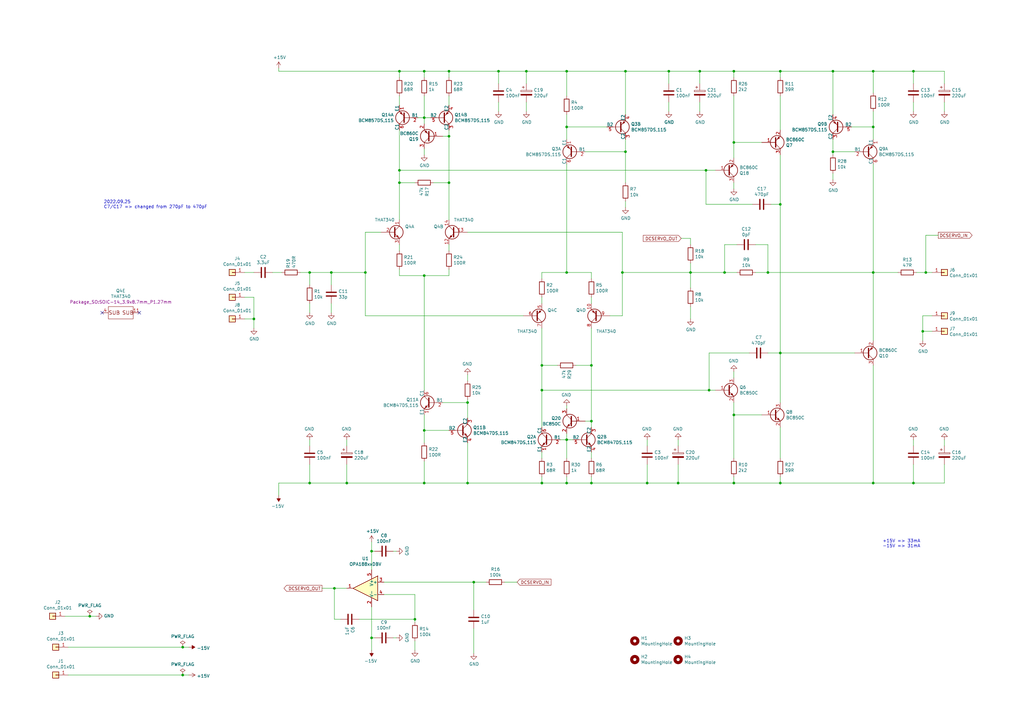
<source format=kicad_sch>
(kicad_sch (version 20211123) (generator eeschema)
  (paper "A3")
  (title_block (title "Discrete Pre-Amp Symetric DC-Servo") (date "2022-10-20") (rev "V3b"))
  (junction (at 191.77 165.1))
  (junction (at 283.21 111.76))
  (junction (at 297.18 111.76))
  (junction (at 163.83 69.85))
  (junction (at 300.99 58.42))
  (junction (at 232.41 198.12))
  (junction (at 137.16 241.3))
  (junction (at 378.46 135.89))
  (junction (at 265.43 198.12))
  (junction (at 222.25 160.02))
  (junction (at 127 111.76))
  (junction (at 256.54 29.21))
  (junction (at 184.15 55.88))
  (junction (at 163.83 74.93))
  (junction (at 149.86 111.76))
  (junction (at 163.83 29.21))
  (junction (at 290.83 160.02))
  (junction (at 242.57 149.86))
  (junction (at 374.65 29.21))
  (junction (at 358.14 111.76))
  (junction (at 242.57 198.12))
  (junction (at 300.99 29.21))
  (junction (at 320.04 144.78))
  (junction (at 358.14 29.21))
  (junction (at 215.9 29.21))
  (junction (at 300.99 198.12))
  (junction (at 341.63 29.21))
  (junction (at 256.54 62.23))
  (junction (at 232.41 180.34))
  (junction (at 173.99 176.53))
  (junction (at 36.83 252.73))
  (junction (at 173.99 48.26))
  (junction (at 152.4 226.06))
  (junction (at 341.63 62.23))
  (junction (at 358.14 52.07))
  (junction (at 320.04 198.12))
  (junction (at 232.41 29.21))
  (junction (at 289.56 69.85))
  (junction (at 320.04 29.21))
  (junction (at 184.15 74.93))
  (junction (at 379.73 111.76))
  (junction (at 222.25 198.12))
  (junction (at 274.32 29.21))
  (junction (at 374.65 198.12))
  (junction (at 152.4 261.62))
  (junction (at 204.47 29.21))
  (junction (at 173.99 198.12))
  (junction (at 135.89 111.76))
  (junction (at 194.31 238.76))
  (junction (at 184.15 29.21))
  (junction (at 242.57 172.72))
  (junction (at 222.25 149.86))
  (junction (at 358.14 198.12))
  (junction (at 191.77 198.12))
  (junction (at 170.18 254))
  (junction (at 232.41 52.07))
  (junction (at 278.13 198.12))
  (junction (at 314.96 111.76))
  (junction (at 74.93 265.43))
  (junction (at 287.02 29.21))
  (junction (at 173.99 29.21))
  (junction (at 232.41 111.76))
  (junction (at 300.99 170.18))
  (junction (at 104.14 130.81))
  (junction (at 173.99 113.03))
  (junction (at 255.27 111.76))
  (junction (at 320.04 83.82))
  (junction (at 74.93 276.86))
  (junction (at 127 198.12))
  (junction (at 142.24 198.12))
  (no_connect (at 57.15 128.27))
  (no_connect (at 41.91 128.27))
  (wire (pts (xy 387.35 198.12) (xy 387.35 190.5)))
  (wire (pts (xy 320.04 83.82) (xy 320.04 144.78)))
  (wire (pts (xy 173.99 63.5) (xy 173.99 60.96)))
  (wire (pts (xy 137.16 254) (xy 137.16 241.3)))
  (wire (pts (xy 287.02 34.29) (xy 287.02 29.21)))
  (wire (pts (xy 163.83 43.18) (xy 163.83 39.37)))
  (wire (pts (xy 135.89 128.27) (xy 135.89 124.46)))
  (wire (pts (xy 297.18 111.76) (xy 302.26 111.76)))
  (wire (pts (xy 74.93 265.43) (xy 77.47 265.43)))
  (wire (pts (xy 358.14 67.31) (xy 358.14 111.76)))
  (wire (pts (xy 163.83 74.93) (xy 163.83 90.17)))
  (wire (pts (xy 358.14 38.1) (xy 358.14 29.21)))
  (wire (pts (xy 387.35 41.91) (xy 387.35 45.72)))
  (wire (pts (xy 139.7 254) (xy 137.16 254)))
  (wire (pts (xy 312.42 58.42) (xy 300.99 58.42)))
  (wire (pts (xy 222.25 187.96) (xy 222.25 185.42)))
  (wire (pts (xy 256.54 62.23) (xy 256.54 57.15)))
  (wire (pts (xy 173.99 31.75) (xy 173.99 29.21)))
  (wire (pts (xy 308.61 83.82) (xy 289.56 83.82)))
  (wire (pts (xy 114.3 29.21) (xy 163.83 29.21)))
  (wire (pts (xy 100.33 111.76) (xy 104.14 111.76)))
  (wire (pts (xy 173.99 48.26) (xy 176.53 48.26)))
  (wire (pts (xy 173.99 29.21) (xy 184.15 29.21)))
  (wire (pts (xy 127 198.12) (xy 142.24 198.12)))
  (wire (pts (xy 255.27 95.25) (xy 255.27 111.76)))
  (wire (pts (xy 234.95 180.34) (xy 232.41 180.34)))
  (wire (pts (xy 293.37 69.85) (xy 289.56 69.85)))
  (wire (pts (xy 191.77 163.83) (xy 191.77 165.1)))
  (wire (pts (xy 184.15 102.87) (xy 184.15 100.33)))
  (wire (pts (xy 26.67 252.73) (xy 36.83 252.73)))
  (wire (pts (xy 341.63 29.21) (xy 358.14 29.21)))
  (wire (pts (xy 184.15 176.53) (xy 173.99 176.53)))
  (wire (pts (xy 173.99 160.02) (xy 173.99 113.03)))
  (wire (pts (xy 184.15 113.03) (xy 184.15 110.49)))
  (wire (pts (xy 256.54 74.93) (xy 256.54 62.23)))
  (wire (pts (xy 170.18 254) (xy 170.18 243.84)))
  (wire (pts (xy 232.41 67.31) (xy 232.41 111.76)))
  (wire (pts (xy 184.15 53.34) (xy 184.15 55.88)))
  (wire (pts (xy 232.41 29.21) (xy 256.54 29.21)))
  (wire (pts (xy 232.41 111.76) (xy 242.57 111.76)))
  (wire (pts (xy 111.76 111.76) (xy 115.57 111.76)))
  (wire (pts (xy 300.99 198.12) (xy 320.04 198.12)))
  (wire (pts (xy 173.99 48.26) (xy 171.45 48.26)))
  (wire (pts (xy 274.32 45.72) (xy 274.32 41.91)))
  (wire (pts (xy 255.27 95.25) (xy 191.77 95.25)))
  (wire (pts (xy 163.83 29.21) (xy 173.99 29.21)))
  (wire (pts (xy 300.99 77.47) (xy 300.99 74.93)))
  (wire (pts (xy 163.83 113.03) (xy 163.83 110.49)))
  (wire (pts (xy 215.9 29.21) (xy 232.41 29.21)))
  (wire (pts (xy 314.96 144.78) (xy 320.04 144.78)))
  (wire (pts (xy 248.92 52.07) (xy 232.41 52.07)))
  (wire (pts (xy 135.89 111.76) (xy 149.86 111.76)))
  (wire (pts (xy 314.96 111.76) (xy 358.14 111.76)))
  (wire (pts (xy 312.42 170.18) (xy 300.99 170.18)))
  (wire (pts (xy 293.37 160.02) (xy 290.83 160.02)))
  (wire (pts (xy 142.24 198.12) (xy 142.24 190.5)))
  (wire (pts (xy 152.4 248.92) (xy 152.4 261.62)))
  (wire (pts (xy 283.21 107.95) (xy 283.21 111.76)))
  (wire (pts (xy 152.4 261.62) (xy 152.4 266.7)))
  (wire (pts (xy 341.63 46.99) (xy 341.63 29.21)))
  (wire (pts (xy 387.35 198.12) (xy 374.65 198.12)))
  (wire (pts (xy 341.63 63.5) (xy 341.63 62.23)))
  (wire (pts (xy 283.21 125.73) (xy 283.21 130.81)))
  (wire (pts (xy 283.21 100.33) (xy 283.21 97.79)))
  (wire (pts (xy 274.32 29.21) (xy 287.02 29.21)))
  (wire (pts (xy 382.27 129.54) (xy 378.46 129.54)))
  (wire (pts (xy 222.25 111.76) (xy 232.41 111.76)))
  (wire (pts (xy 163.83 53.34) (xy 163.83 69.85)))
  (wire (pts (xy 163.83 69.85) (xy 289.56 69.85)))
  (wire (pts (xy 358.14 52.07) (xy 358.14 57.15)))
  (wire (pts (xy 278.13 198.12) (xy 278.13 190.5)))
  (wire (pts (xy 358.14 198.12) (xy 374.65 198.12)))
  (wire (pts (xy 265.43 198.12) (xy 265.43 190.5)))
  (wire (pts (xy 170.18 262.89) (xy 170.18 266.7)))
  (wire (pts (xy 358.14 52.07) (xy 358.14 45.72)))
  (wire (pts (xy 232.41 57.15) (xy 232.41 52.07)))
  (wire (pts (xy 222.25 124.46) (xy 222.25 121.92)))
  (wire (pts (xy 228.6 149.86) (xy 222.25 149.86)))
  (wire (pts (xy 184.15 74.93) (xy 184.15 90.17)))
  (wire (pts (xy 127 198.12) (xy 127 190.5)))
  (wire (pts (xy 163.83 29.21) (xy 163.83 31.75)))
  (wire (pts (xy 358.14 29.21) (xy 374.65 29.21)))
  (wire (pts (xy 300.99 154.94) (xy 300.99 152.4)))
  (wire (pts (xy 316.23 83.82) (xy 320.04 83.82)))
  (wire (pts (xy 378.46 129.54) (xy 378.46 135.89)))
  (wire (pts (xy 173.99 113.03) (xy 163.83 113.03)))
  (wire (pts (xy 232.41 180.34) (xy 232.41 177.8)))
  (wire (pts (xy 379.73 111.76) (xy 382.27 111.76)))
  (wire (pts (xy 104.14 121.92) (xy 100.33 121.92)))
  (wire (pts (xy 320.04 198.12) (xy 358.14 198.12)))
  (wire (pts (xy 309.88 111.76) (xy 314.96 111.76)))
  (wire (pts (xy 184.15 29.21) (xy 204.47 29.21)))
  (wire (pts (xy 242.57 198.12) (xy 242.57 195.58)))
  (wire (pts (xy 222.25 160.02) (xy 290.83 160.02)))
  (wire (pts (xy 255.27 111.76) (xy 255.27 129.54)))
  (wire (pts (xy 320.04 175.26) (xy 320.04 187.96)))
  (wire (pts (xy 157.48 238.76) (xy 194.31 238.76)))
  (wire (pts (xy 173.99 176.53) (xy 173.99 170.18)))
  (wire (pts (xy 163.83 102.87) (xy 163.83 100.33)))
  (wire (pts (xy 191.77 165.1) (xy 191.77 171.45)))
  (wire (pts (xy 222.25 134.62) (xy 222.25 149.86)))
  (wire (pts (xy 142.24 182.88) (xy 142.24 180.34)))
  (wire (pts (xy 309.88 100.33) (xy 314.96 100.33)))
  (wire (pts (xy 149.86 95.25) (xy 149.86 111.76)))
  (wire (pts (xy 379.73 96.52) (xy 379.73 111.76)))
  (wire (pts (xy 256.54 85.09) (xy 256.54 82.55)))
  (wire (pts (xy 222.25 114.3) (xy 222.25 111.76)))
  (wire (pts (xy 184.15 113.03) (xy 173.99 113.03)))
  (wire (pts (xy 153.67 226.06) (xy 152.4 226.06)))
  (wire (pts (xy 127 128.27) (xy 127 124.46)))
  (wire (pts (xy 215.9 41.91) (xy 215.9 45.72)))
  (wire (pts (xy 307.34 144.78) (xy 290.83 144.78)))
  (wire (pts (xy 265.43 182.88) (xy 265.43 180.34)))
  (wire (pts (xy 374.65 198.12) (xy 374.65 190.5)))
  (wire (pts (xy 242.57 134.62) (xy 242.57 149.86)))
  (wire (pts (xy 181.61 165.1) (xy 191.77 165.1)))
  (wire (pts (xy 214.63 129.54) (xy 149.86 129.54)))
  (wire (pts (xy 232.41 187.96) (xy 232.41 180.34)))
  (wire (pts (xy 170.18 243.84) (xy 157.48 243.84)))
  (wire (pts (xy 27.94 276.86) (xy 74.93 276.86)))
  (wire (pts (xy 135.89 116.84) (xy 135.89 111.76)))
  (wire (pts (xy 350.52 144.78) (xy 320.04 144.78)))
  (wire (pts (xy 194.31 238.76) (xy 199.39 238.76)))
  (wire (pts (xy 256.54 29.21) (xy 274.32 29.21)))
  (wire (pts (xy 320.04 144.78) (xy 320.04 165.1)))
  (wire (pts (xy 255.27 111.76) (xy 283.21 111.76)))
  (wire (pts (xy 191.77 156.21) (xy 191.77 153.67)))
  (wire (pts (xy 374.65 34.29) (xy 374.65 29.21)))
  (wire (pts (xy 387.35 34.29) (xy 387.35 29.21)))
  (wire (pts (xy 162.56 261.62) (xy 161.29 261.62)))
  (wire (pts (xy 242.57 124.46) (xy 242.57 121.92)))
  (wire (pts (xy 320.04 198.12) (xy 320.04 195.58)))
  (wire (pts (xy 283.21 111.76) (xy 297.18 111.76)))
  (wire (pts (xy 300.99 31.75) (xy 300.99 29.21)))
  (wire (pts (xy 152.4 222.25) (xy 152.4 226.06)))
  (wire (pts (xy 358.14 111.76) (xy 358.14 139.7)))
  (wire (pts (xy 375.92 111.76) (xy 379.73 111.76)))
  (wire (pts (xy 297.18 100.33) (xy 297.18 111.76)))
  (wire (pts (xy 374.65 182.88) (xy 374.65 180.34)))
  (wire (pts (xy 387.35 29.21) (xy 374.65 29.21)))
  (wire (pts (xy 378.46 139.7) (xy 378.46 135.89)))
  (wire (pts (xy 194.31 267.97) (xy 194.31 257.81)))
  (wire (pts (xy 207.01 238.76) (xy 212.09 238.76)))
  (wire (pts (xy 384.81 96.52) (xy 379.73 96.52)))
  (wire (pts (xy 27.94 265.43) (xy 74.93 265.43)))
  (wire (pts (xy 149.86 95.25) (xy 156.21 95.25)))
  (wire (pts (xy 137.16 241.3) (xy 142.24 241.3)))
  (wire (pts (xy 127 182.88) (xy 127 180.34)))
  (wire (pts (xy 114.3 29.21) (xy 114.3 27.94)))
  (wire (pts (xy 153.67 261.62) (xy 152.4 261.62)))
  (wire (pts (xy 222.25 149.86) (xy 222.25 160.02)))
  (wire (pts (xy 170.18 255.27) (xy 170.18 254)))
  (wire (pts (xy 374.65 45.72) (xy 374.65 41.91)))
  (wire (pts (xy 127 111.76) (xy 135.89 111.76)))
  (wire (pts (xy 215.9 34.29) (xy 215.9 29.21)))
  (wire (pts (xy 132.08 241.3) (xy 137.16 241.3)))
  (wire (pts (xy 287.02 41.91) (xy 287.02 45.72)))
  (wire (pts (xy 232.41 52.07) (xy 232.41 46.99)))
  (wire (pts (xy 289.56 69.85) (xy 289.56 83.82)))
  (wire (pts (xy 184.15 29.21) (xy 184.15 31.75)))
  (wire (pts (xy 358.14 149.86) (xy 358.14 198.12)))
  (wire (pts (xy 204.47 34.29) (xy 204.47 29.21)))
  (wire (pts (xy 387.35 182.88) (xy 387.35 180.34)))
  (wire (pts (xy 300.99 195.58) (xy 300.99 198.12)))
  (wire (pts (xy 173.99 39.37) (xy 173.99 48.26)))
  (wire (pts (xy 290.83 144.78) (xy 290.83 160.02)))
  (wire (pts (xy 278.13 182.88) (xy 278.13 180.34)))
  (wire (pts (xy 204.47 29.21) (xy 215.9 29.21)))
  (wire (pts (xy 162.56 226.06) (xy 161.29 226.06)))
  (wire (pts (xy 283.21 111.76) (xy 283.21 118.11)))
  (wire (pts (xy 300.99 170.18) (xy 300.99 165.1)))
  (wire (pts (xy 242.57 198.12) (xy 265.43 198.12)))
  (wire (pts (xy 320.04 39.37) (xy 320.04 53.34)))
  (wire (pts (xy 149.86 111.76) (xy 149.86 129.54)))
  (wire (pts (xy 152.4 226.06) (xy 152.4 233.68)))
  (wire (pts (xy 163.83 69.85) (xy 163.83 74.93)))
  (wire (pts (xy 278.13 198.12) (xy 300.99 198.12)))
  (wire (pts (xy 242.57 172.72) (xy 242.57 175.26)))
  (wire (pts (xy 142.24 198.12) (xy 173.99 198.12)))
  (wire (pts (xy 114.3 198.12) (xy 127 198.12)))
  (wire (pts (xy 341.63 62.23) (xy 341.63 57.15)))
  (wire (pts (xy 232.41 198.12) (xy 222.25 198.12)))
  (wire (pts (xy 300.99 170.18) (xy 300.99 187.96)))
  (wire (pts (xy 170.18 74.93) (xy 163.83 74.93)))
  (wire (pts (xy 302.26 100.33) (xy 297.18 100.33)))
  (wire (pts (xy 358.14 52.07) (xy 349.25 52.07)))
  (wire (pts (xy 184.15 43.18) (xy 184.15 39.37)))
  (wire (pts (xy 283.21 97.79) (xy 279.4 97.79)))
  (wire (pts (xy 350.52 62.23) (xy 341.63 62.23)))
  (wire (pts (xy 123.19 111.76) (xy 127 111.76)))
  (wire (pts (xy 191.77 181.61) (xy 191.77 198.12)))
  (wire (pts (xy 287.02 29.21) (xy 300.99 29.21)))
  (wire (pts (xy 222.25 160.02) (xy 222.25 175.26)))
  (wire (pts (xy 177.8 74.93) (xy 184.15 74.93)))
  (wire (pts (xy 250.19 129.54) (xy 255.27 129.54)))
  (wire (pts (xy 222.25 198.12) (xy 222.25 195.58)))
  (wire (pts (xy 127 111.76) (xy 127 116.84)))
  (wire (pts (xy 36.83 252.73) (xy 39.37 252.73)))
  (wire (pts (xy 184.15 55.88) (xy 184.15 74.93)))
  (wire (pts (xy 300.99 39.37) (xy 300.99 58.42)))
  (wire (pts (xy 242.57 172.72) (xy 240.03 172.72)))
  (wire (pts (xy 232.41 167.64) (xy 232.41 166.37)))
  (wire (pts (xy 104.14 121.92) (xy 104.14 130.81)))
  (wire (pts (xy 320.04 31.75) (xy 320.04 29.21)))
  (wire (pts (xy 100.33 130.81) (xy 104.14 130.81)))
  (wire (pts (xy 274.32 34.29) (xy 274.32 29.21)))
  (wire (pts (xy 74.93 276.86) (xy 77.47 276.86)))
  (wire (pts (xy 173.99 189.23) (xy 173.99 198.12)))
  (wire (pts (xy 240.03 62.23) (xy 256.54 62.23)))
  (wire (pts (xy 242.57 187.96) (xy 242.57 185.42)))
  (wire (pts (xy 194.31 250.19) (xy 194.31 238.76)))
  (wire (pts (xy 236.22 149.86) (xy 242.57 149.86)))
  (wire (pts (xy 314.96 100.33) (xy 314.96 111.76)))
  (wire (pts (xy 382.27 135.89) (xy 378.46 135.89)))
  (wire (pts (xy 204.47 45.72) (xy 204.47 41.91)))
  (wire (pts (xy 173.99 50.8) (xy 173.99 48.26)))
  (wire (pts (xy 265.43 198.12) (xy 278.13 198.12)))
  (wire (pts (xy 341.63 73.66) (xy 341.63 71.12)))
  (wire (pts (xy 242.57 198.12) (xy 232.41 198.12)))
  (wire (pts (xy 242.57 114.3) (xy 242.57 111.76)))
  (wire (pts (xy 232.41 39.37) (xy 232.41 29.21)))
  (wire (pts (xy 242.57 149.86) (xy 242.57 172.72)))
  (wire (pts (xy 320.04 63.5) (xy 320.04 83.82)))
  (wire (pts (xy 173.99 198.12) (xy 191.77 198.12)))
  (wire (pts (xy 320.04 29.21) (xy 341.63 29.21)))
  (wire (pts (xy 147.32 254) (xy 170.18 254)))
  (wire (pts (xy 114.3 203.2) (xy 114.3 198.12)))
  (wire (pts (xy 232.41 180.34) (xy 229.87 180.34)))
  (wire (pts (xy 232.41 195.58) (xy 232.41 198.12)))
  (wire (pts (xy 358.14 111.76) (xy 368.3 111.76)))
  (wire (pts (xy 320.04 29.21) (xy 300.99 29.21)))
  (wire (pts (xy 256.54 46.99) (xy 256.54 29.21)))
  (wire (pts (xy 181.61 55.88) (xy 184.15 55.88)))
  (wire (pts (xy 173.99 181.61) (xy 173.99 176.53)))
  (wire (pts (xy 104.14 130.81) (xy 104.14 134.62)))
  (wire (pts (xy 300.99 58.42) (xy 300.99 64.77)))
  (wire (pts (xy 191.77 198.12) (xy 222.25 198.12)))
  (text "2022.09.25\nC7/C17 => changed from 270pF to 470pF" (at 42.545 85.725 0) (effects (font (size 1.27 1.27)) (justify left bottom)))
  (text "+15V => 33mA\n-15V => 31mA" (at 361.95 224.79 0) (effects (font (size 1.27 1.27)) (justify left bottom)))
  (global_label "DCSERVO_IN" (shape input) (at 212.09 238.76 0) (property "Intersheet References" "${INTERSHEET_REFS}" (effects hide)))
  (global_label "DCSERVO_OUT" (shape input) (at 279.4 97.79 180) (property "Intersheet References" "${INTERSHEET_REFS}" (effects hide)))
  (global_label "DCSERVO_IN" (shape output) (at 384.81 96.52 0) (property "Intersheet References" "${INTERSHEET_REFS}" (effects hide)))
  (global_label "DCSERVO_OUT" (shape output) (at 132.08 241.3 180) (property "Intersheet References" "${INTERSHEET_REFS}" (effects hide)))
  (symbol (lib_id "Device:R") (at 242.57 191.77 0) (unit 1)
    (property "Reference" "R6" (at 244.348 190.6016 0) (effects (justify left)))
    (property "Value" "68R" (at 244.348 192.913 0) (effects (justify left)))
    (property "Footprint" "Resistor_SMD:R_0805_2012Metric_Pad1.20x1.40mm_HandSolder" (effects hide))
  )
  (symbol (lib_id "Device:C") (at 107.95 111.76 270) (unit 1)
    (property "Reference" "C2" (at 107.95 105.3592 90))
    (property "Value" "3.3uF" (at 107.95 107.6706 90))
    (property "Footprint" "Capacitor_THT:C_Rect_L7.2mm_W7.2mm_P5.00mm_FKS2_FKP2_MKS2_MKP2" (effects hide))
  )
  (symbol (lib_id "power:GND") (at 127 128.27 0) (unit 1)
    (property "Reference" "#PWR09" (effects hide))
    (property "Value" "GND" (at 127.127 132.6642 0))
  )
  (symbol (lib_id "Device:R") (at 222.25 191.77 0) (unit 1)
    (property "Reference" "R3" (at 224.028 190.6016 0) (effects (justify left)))
    (property "Value" "68R" (at 224.028 192.913 0) (effects (justify left)))
    (property "Footprint" "Resistor_SMD:R_0805_2012Metric_Pad1.20x1.40mm_HandSolder" (effects hide))
  )
  (symbol (lib_id "Device:R") (at 127 120.65 0) (unit 1)
    (property "Reference" "R1" (at 128.778 119.4816 0) (effects (justify left)))
    (property "Value" "10k" (at 128.778 121.793 0) (effects (justify left)))
    (property "Footprint" "Resistor_SMD:R_0805_2012Metric_Pad1.20x1.40mm_HandSolder" (effects hide))
  )
  (symbol (lib_id "Device:R") (at 283.21 121.92 0) (unit 1)
    (property "Reference" "R8" (at 284.988 120.7516 0) (effects (justify left)))
    (property "Value" "10k" (at 284.988 123.063 0) (effects (justify left)))
    (property "Footprint" "Resistor_SMD:R_0805_2012Metric_Pad1.20x1.40mm_HandSolder" (effects hide))
  )
  (symbol (lib_id "Device:R") (at 306.07 111.76 270) (unit 1)
    (property "Reference" "R9" (at 306.07 106.5022 90))
    (property "Value" "10k" (at 306.07 108.8136 90))
    (property "Footprint" "Resistor_SMD:R_0805_2012Metric_Pad1.20x1.40mm_HandSolder" (effects hide))
  )
  (symbol (lib_id "Device:R") (at 222.25 118.11 0) (unit 1)
    (property "Reference" "R2" (at 224.028 116.9416 0) (effects (justify left)))
    (property "Value" "100R" (at 224.028 119.253 0) (effects (justify left)))
    (property "Footprint" "Resistor_SMD:R_0805_2012Metric_Pad1.20x1.40mm_HandSolder" (effects hide))
  )
  (symbol (lib_id "Device:R") (at 242.57 118.11 0) (unit 1)
    (property "Reference" "R5" (at 244.348 116.9416 0) (effects (justify left)))
    (property "Value" "100R" (at 244.348 119.253 0) (effects (justify left)))
    (property "Footprint" "Resistor_SMD:R_0805_2012Metric_Pad1.20x1.40mm_HandSolder" (effects hide))
  )
  (symbol (lib_id "Device:R") (at 232.41 43.18 0) (unit 1)
    (property "Reference" "R4" (at 234.188 42.0116 0) (effects (justify left)))
    (property "Value" "100R" (at 234.188 44.323 0) (effects (justify left)))
    (property "Footprint" "Resistor_SMD:R_0805_2012Metric_Pad1.20x1.40mm_HandSolder" (effects hide))
  )
  (symbol (lib_id "Device:R") (at 256.54 78.74 0) (unit 1)
    (property "Reference" "R7" (at 258.318 77.5716 0) (effects (justify left)))
    (property "Value" "10k" (at 258.318 79.883 0) (effects (justify left)))
    (property "Footprint" "Resistor_SMD:R_0805_2012Metric_Pad1.20x1.40mm_HandSolder" (effects hide))
  )
  (symbol (lib_id "Transistor_BJT:BC860") (at 317.5 58.42 0) (mirror x) (unit 1)
    (property "Reference" "Q7" (at 322.3514 59.5884 0) (effects (justify left)))
    (property "Value" "BC860C" (at 322.3514 57.277 0) (effects (justify left)))
    (property "Footprint" "Package_TO_SOT_SMD:SOT-23" (effects hide))
    (property "Datasheet" "http://www.infineon.com/dgdl/Infineon-BC857SERIES_BC858SERIES_BC859SERIES_BC860SERIES-DS-v01_01-en.pdf?fileId=db3a304314dca389011541da0e3a1661" (effects hide))
  )
  (symbol (lib_id "Device:R") (at 320.04 35.56 0) (unit 1)
    (property "Reference" "R11" (at 321.818 34.3916 0) (effects (justify left)))
    (property "Value" "39R" (at 321.818 36.703 0) (effects (justify left)))
    (property "Footprint" "Resistor_SMD:R_0805_2012Metric_Pad1.20x1.40mm_HandSolder" (effects hide))
  )
  (symbol (lib_id "Device:R") (at 358.14 41.91 0) (unit 1)
    (property "Reference" "R12" (at 359.918 40.7416 0) (effects (justify left)))
    (property "Value" "100R" (at 359.918 43.053 0) (effects (justify left)))
    (property "Footprint" "Resistor_SMD:R_0805_2012Metric_Pad1.20x1.40mm_HandSolder" (effects hide))
  )
  (symbol (lib_id "Transistor_BJT:BC850") (at 298.45 160.02 0) (unit 1)
    (property "Reference" "Q6" (at 303.3014 158.8516 0) (effects (justify left)))
    (property "Value" "BC850C" (at 303.3014 161.163 0) (effects (justify left)))
    (property "Footprint" "Package_TO_SOT_SMD:SOT-23" (effects hide))
    (property "Datasheet" "http://www.infineon.com/dgdl/Infineon-BC847SERIES_BC848SERIES_BC849SERIES_BC850SERIES-DS-v01_01-en.pdf?fileId=db3a304314dca389011541d4630a1657" (effects hide))
  )
  (symbol (lib_id "Transistor_BJT:BC850") (at 317.5 170.18 0) (unit 1)
    (property "Reference" "Q8" (at 322.3514 169.0116 0) (effects (justify left)))
    (property "Value" "BC850C" (at 322.3514 171.323 0) (effects (justify left)))
    (property "Footprint" "Package_TO_SOT_SMD:SOT-23" (effects hide))
    (property "Datasheet" "http://www.infineon.com/dgdl/Infineon-BC847SERIES_BC848SERIES_BC849SERIES_BC850SERIES-DS-v01_01-en.pdf?fileId=db3a304314dca389011541d4630a1657" (effects hide))
  )
  (symbol (lib_id "Device:R") (at 300.99 191.77 0) (unit 1)
    (property "Reference" "R10" (at 302.768 190.6016 0) (effects (justify left)))
    (property "Value" "2k2" (at 302.768 192.913 0) (effects (justify left)))
    (property "Footprint" "Resistor_SMD:R_0805_2012Metric_Pad1.20x1.40mm_HandSolder" (effects hide))
  )
  (symbol (lib_id "Transistor_BJT:BC860") (at 355.6 144.78 0) (mirror x) (unit 1)
    (property "Reference" "Q10" (at 360.4514 145.9484 0) (effects (justify left)))
    (property "Value" "BC860C" (at 360.4514 143.637 0) (effects (justify left)))
    (property "Footprint" "Package_TO_SOT_SMD:SOT-23" (effects hide))
    (property "Datasheet" "http://www.infineon.com/dgdl/Infineon-BC857SERIES_BC858SERIES_BC859SERIES_BC860SERIES-DS-v01_01-en.pdf?fileId=db3a304314dca389011541da0e3a1661" (effects hide))
  )
  (symbol (lib_id "power:GND") (at 283.21 130.81 0) (unit 1)
    (property "Reference" "#PWR013" (effects hide))
    (property "Value" "GND" (at 283.337 135.2042 0))
  )
  (symbol (lib_id "Device:C") (at 311.15 144.78 270) (unit 1)
    (property "Reference" "C7" (at 311.15 138.3792 90))
    (property "Value" "470pF" (at 311.15 140.6906 90))
    (property "Footprint" "Capacitor_SMD:C_0805_2012Metric_Pad1.18x1.45mm_HandSolder" (effects hide))
  )
  (symbol (lib_id "power:GND") (at 300.99 152.4 180) (unit 1)
    (property "Reference" "#PWR014" (effects hide))
    (property "Value" "GND" (at 300.863 148.0058 0))
  )
  (symbol (lib_id "power:GND") (at 104.14 134.62 0) (unit 1)
    (property "Reference" "#PWR04" (effects hide))
    (property "Value" "GND" (at 104.267 139.0142 0))
  )
  (symbol (lib_id "Mechanical:MountingHole") (at 260.35 262.89 0) (unit 1)
    (property "Reference" "H1" (at 262.89 261.7216 0) (effects (justify left)))
    (property "Value" "MountingHole" (at 262.89 264.033 0) (effects (justify left)))
    (property "Footprint" "MountingHole:MountingHole_3.2mm_M3" (effects hide))
  )
  (symbol (lib_id "Mechanical:MountingHole") (at 278.13 262.89 0) (unit 1)
    (property "Reference" "H3" (at 280.67 261.7216 0) (effects (justify left)))
    (property "Value" "MountingHole" (at 280.67 264.033 0) (effects (justify left)))
    (property "Footprint" "MountingHole:MountingHole_3.2mm_M3" (effects hide))
  )
  (symbol (lib_id "Mechanical:MountingHole") (at 260.35 270.51 0) (unit 1)
    (property "Reference" "H2" (at 262.89 269.3416 0) (effects (justify left)))
    (property "Value" "MountingHole" (at 262.89 271.653 0) (effects (justify left)))
    (property "Footprint" "MountingHole:MountingHole_3.2mm_M3" (effects hide))
  )
  (symbol (lib_id "Mechanical:MountingHole") (at 278.13 270.51 0) (unit 1)
    (property "Reference" "H4" (at 280.67 269.3416 0) (effects (justify left)))
    (property "Value" "MountingHole" (at 280.67 271.653 0) (effects (justify left)))
    (property "Footprint" "MountingHole:MountingHole_3.2mm_M3" (effects hide))
  )
  (symbol (lib_id "Connector_Generic:Conn_01x01") (at 95.25 111.76 180) (unit 1)
    (property "Reference" "J4" (at 97.3328 106.045 0))
    (property "Value" "Conn_01x01" (at 97.3328 108.3564 0))
    (property "Footprint" "Connector_Pin:Pin_D1.0mm_L10.0mm" (effects hide))
  )
  (symbol (lib_id "Connector_Generic:Conn_01x01") (at 95.25 121.92 180) (unit 1)
    (property "Reference" "J5" (at 97.3328 116.205 0))
    (property "Value" "Conn_01x01" (at 97.3328 118.5164 0))
    (property "Footprint" "Connector_Pin:Pin_D1.0mm_L10.0mm" (effects hide))
  )
  (symbol (lib_id "power:GND") (at 256.54 85.09 0) (unit 1)
    (property "Reference" "#PWR012" (effects hide))
    (property "Value" "GND" (at 256.667 89.4842 0))
  )
  (symbol (lib_id "power:+15V") (at 114.3 27.94 0) (unit 1)
    (property "Reference" "#PWR05" (effects hide))
    (property "Value" "+15V" (at 114.681 23.5458 0))
  )
  (symbol (lib_id "power:-15V") (at 114.3 203.2 180) (unit 1)
    (property "Reference" "#PWR08" (effects hide))
    (property "Value" "-15V" (at 113.919 207.5942 0))
  )
  (symbol (lib_id "Connector_Generic:Conn_01x01") (at 387.35 111.76 0) (unit 1)
    (property "Reference" "J6" (at 389.382 110.6932 0) (effects (justify left)))
    (property "Value" "Conn_01x01" (at 389.382 113.0046 0) (effects (justify left)))
    (property "Footprint" "Connector_Pin:Pin_D1.0mm_L10.0mm" (effects hide))
  )
  (symbol (lib_id "Connector_Generic:Conn_01x01") (at 387.35 135.89 0) (unit 1)
    (property "Reference" "J7" (at 389.382 134.8232 0) (effects (justify left)))
    (property "Value" "Conn_01x01" (at 389.382 137.1346 0) (effects (justify left)))
    (property "Footprint" "Connector_Pin:Pin_D1.0mm_L10.0mm" (effects hide))
  )
  (symbol (lib_id "Connector_Generic:Conn_01x01") (at 22.86 276.86 180) (unit 1)
    (property "Reference" "J1" (at 24.9428 271.145 0))
    (property "Value" "Conn_01x01" (at 24.9428 273.4564 0))
    (property "Footprint" "Connector_Pin:Pin_D1.0mm_L10.0mm" (effects hide))
  )
  (symbol (lib_id "Connector_Generic:Conn_01x01") (at 21.59 252.73 180) (unit 1)
    (property "Reference" "J2" (at 23.6728 247.015 0))
    (property "Value" "Conn_01x01" (at 23.6728 249.3264 0))
    (property "Footprint" "Connector_Pin:Pin_D1.0mm_L10.0mm" (effects hide))
  )
  (symbol (lib_id "Connector_Generic:Conn_01x01") (at 22.86 265.43 180) (unit 1)
    (property "Reference" "J3" (at 24.9428 259.715 0))
    (property "Value" "Conn_01x01" (at 24.9428 262.0264 0))
    (property "Footprint" "Connector_Pin:Pin_D1.0mm_L10.0mm" (effects hide))
  )
  (symbol (lib_id "power:GND") (at 39.37 252.73 90) (unit 1)
    (property "Reference" "#PWR02" (effects hide))
    (property "Value" "GND" (at 42.6212 252.603 90) (effects (justify right)))
  )
  (symbol (lib_id "power:+15V") (at 77.47 276.86 270) (unit 1)
    (property "Reference" "#PWR01" (effects hide))
    (property "Value" "+15V" (at 80.7212 277.241 90) (effects (justify left)))
  )
  (symbol (lib_id "Device:C") (at 127 186.69 180) (unit 1)
    (property "Reference" "C5" (at 129.921 185.5216 0) (effects (justify right)))
    (property "Value" "100nF" (at 129.921 187.833 0) (effects (justify right)))
    (property "Footprint" "Capacitor_SMD:C_1210_3225Metric_Pad1.33x2.70mm_HandSolder" (effects hide))
  )
  (symbol (lib_id "power:GND") (at 127 180.34 180) (unit 1)
    (property "Reference" "#PWR011" (effects hide))
    (property "Value" "GND" (at 126.873 175.9458 0))
  )
  (symbol (lib_id "Device:R") (at 372.11 111.76 270) (unit 1)
    (property "Reference" "R13" (at 372.11 106.5022 90))
    (property "Value" "47R" (at 372.11 108.8136 90))
    (property "Footprint" "Resistor_SMD:R_0805_2012Metric_Pad1.20x1.40mm_HandSolder" (effects hide))
  )
  (symbol (lib_id "Device:C") (at 204.47 38.1 180) (unit 1)
    (property "Reference" "C4" (at 207.391 36.9316 0) (effects (justify right)))
    (property "Value" "100nF" (at 207.391 39.243 0) (effects (justify right)))
    (property "Footprint" "Capacitor_SMD:C_1210_3225Metric_Pad1.33x2.70mm_HandSolder" (effects hide))
  )
  (symbol (lib_id "power:GND") (at 204.47 45.72 0) (unit 1)
    (property "Reference" "#PWR010" (effects hide))
    (property "Value" "GND" (at 204.597 50.1142 0))
  )
  (symbol (lib_id "power:GND") (at 378.46 139.7 0) (unit 1)
    (property "Reference" "#PWR015" (effects hide))
    (property "Value" "GND" (at 378.587 144.0942 0))
  )
  (symbol (lib_id "power:-15V") (at 77.47 265.43 270) (unit 1)
    (property "Reference" "#PWR0101" (effects hide))
    (property "Value" "-15V" (at 80.7212 265.811 90) (effects (justify left)))
  )
  (symbol (lib_id "power:PWR_FLAG") (at 36.83 252.73 0) (unit 1)
    (property "Reference" "#FLG0101" (effects hide))
    (property "Value" "PWR_FLAG" (at 36.83 248.3358 0))
  )
  (symbol (lib_id "power:PWR_FLAG") (at 74.93 265.43 0) (unit 1)
    (property "Reference" "#FLG0103" (effects hide))
    (property "Value" "PWR_FLAG" (at 74.93 261.0358 0))
  )
  (symbol (lib_id "Device:C") (at 306.07 100.33 270) (unit 1)
    (property "Reference" "C12" (at 306.07 93.9292 90))
    (property "Value" "0pF" (at 306.07 96.2406 90))
    (property "Footprint" "Capacitor_SMD:C_0805_2012Metric_Pad1.18x1.45mm_HandSolder" (effects hide))
  )
  (symbol (lib_id "Device:C") (at 374.65 38.1 180) (unit 1)
    (property "Reference" "C13" (at 377.571 36.9316 0) (effects (justify right)))
    (property "Value" "100nF" (at 377.571 39.243 0) (effects (justify right)))
    (property "Footprint" "Capacitor_SMD:C_1210_3225Metric_Pad1.33x2.70mm_HandSolder" (effects hide))
  )
  (symbol (lib_id "Device:C") (at 374.65 186.69 180) (unit 1)
    (property "Reference" "C14" (at 377.571 185.5216 0) (effects (justify right)))
    (property "Value" "100nF" (at 377.571 187.833 0) (effects (justify right)))
    (property "Footprint" "Capacitor_SMD:C_1210_3225Metric_Pad1.33x2.70mm_HandSolder" (effects hide))
  )
  (symbol (lib_id "power:GND") (at 374.65 180.34 180) (unit 1)
    (property "Reference" "#PWR018" (effects hide))
    (property "Value" "GND" (at 374.523 175.9458 0))
  )
  (symbol (lib_id "power:GND") (at 374.65 45.72 0) (unit 1)
    (property "Reference" "#PWR017" (effects hide))
    (property "Value" "GND" (at 374.777 50.1142 0))
  )
  (symbol (lib_id "Device:C_Polarized") (at 387.35 38.1 0) (unit 1)
    (property "Reference" "C15" (at 390.3472 36.9316 0) (effects (justify left)))
    (property "Value" "220uF" (at 390.3472 39.243 0) (effects (justify left)))
    (property "Footprint" "Capacitor_THT:CP_Radial_D8.0mm_P3.50mm" (effects hide))
  )
  (symbol (lib_id "power:GND") (at 387.35 45.72 0) (unit 1)
    (property "Reference" "#PWR019" (effects hide))
    (property "Value" "GND" (at 387.477 50.1142 0))
  )
  (symbol (lib_id "Device:C_Polarized") (at 387.35 186.69 0) (unit 1)
    (property "Reference" "C16" (at 390.3472 185.5216 0) (effects (justify left)))
    (property "Value" "220uF" (at 390.3472 187.833 0) (effects (justify left)))
    (property "Footprint" "Capacitor_THT:CP_Radial_D8.0mm_P3.50mm" (effects hide))
  )
  (symbol (lib_id "power:GND") (at 387.35 180.34 180) (unit 1)
    (property "Reference" "#PWR020" (effects hide))
    (property "Value" "GND" (at 387.223 175.9458 0))
  )
  (symbol (lib_id "kicad-snk:BCM847DS,115") (at 176.53 165.1 0) (mirror y) (unit 1)
    (property "Reference" "Q11" (at 171.6786 163.9316 0) (effects (justify left)))
    (property "Value" "BCM847DS,115" (at 171.6786 166.243 0) (effects (justify left)))
    (property "Footprint" "Package_SO:SC-74-6_1.5x2.9mm_P0.95mm" (effects hide))
    (property "Datasheet" "https://www.analog.com/media/en/technical-documentation/obsolete-data-sheets/SSM2210.pdf" (effects hide))
  )
  (symbol (lib_id "kicad-snk:BCM847DS,115") (at 189.23 176.53 0) (unit 2)
    (property "Reference" "Q11" (at 194.056 175.3616 0) (effects (justify left)))
    (property "Value" "BCM847DS,115" (at 194.056 177.673 0) (effects (justify left)))
    (property "Footprint" "Package_SO:SC-74-6_1.5x2.9mm_P0.95mm" (effects hide))
    (property "Datasheet" "https://www.analog.com/media/en/technical-documentation/obsolete-data-sheets/SSM2210.pdf" (effects hide))
  )
  (symbol (lib_id "power:PWR_FLAG") (at 74.93 276.86 0) (unit 1)
    (property "Reference" "#FLG01" (effects hide))
    (property "Value" "PWR_FLAG" (at 74.93 272.4658 0))
  )
  (symbol (lib_id "kicad-snk:BCM857DS,115") (at 254 52.07 0) (mirror x) (unit 2)
    (property "Reference" "Q3" (at 258.826 50.9016 0) (effects (justify left)))
    (property "Value" "BCM857DS,115" (at 258.826 53.213 0) (effects (justify left)))
    (property "Footprint" "Package_SO:SC-74-6_1.5x2.9mm_P0.95mm" (effects hide))
    (property "Datasheet" "https://www.analog.com/media/en/technical-documentation/data-sheets/SSM2220.pdf" (effects hide))
  )
  (symbol (lib_id "kicad-snk:BCM857DS,115") (at 234.95 62.23 180) (unit 1)
    (property "Reference" "Q3" (at 230.0986 61.0616 0) (effects (justify left)))
    (property "Value" "BCM857DS,115" (at 230.0986 63.373 0) (effects (justify left)))
    (property "Footprint" "Package_SO:SC-74-6_1.5x2.9mm_P0.95mm" (effects hide))
    (property "Datasheet" "https://www.analog.com/media/en/technical-documentation/data-sheets/SSM2220.pdf" (effects hide))
  )
  (symbol (lib_id "kicad-snk:BCM857DS,115") (at 166.37 48.26 180) (unit 1)
    (property "Reference" "Q14" (at 161.5186 47.0916 0) (effects (justify left)))
    (property "Value" "BCM857DS,115" (at 161.5186 49.403 0) (effects (justify left)))
    (property "Footprint" "Package_SO:SC-74-6_1.5x2.9mm_P0.95mm" (effects hide))
    (property "Datasheet" "https://www.analog.com/media/en/technical-documentation/data-sheets/SSM2220.pdf" (effects hide))
  )
  (symbol (lib_id "kicad-snk:BCM857DS,115") (at 181.61 48.26 0) (mirror x) (unit 2)
    (property "Reference" "Q14" (at 186.436 47.0916 0) (effects (justify left)))
    (property "Value" "BCM857DS,115" (at 186.436 49.403 0) (effects (justify left)))
    (property "Footprint" "Package_SO:SC-74-6_1.5x2.9mm_P0.95mm" (effects hide))
    (property "Datasheet" "https://www.analog.com/media/en/technical-documentation/data-sheets/SSM2220.pdf" (effects hide))
  )
  (symbol (lib_id "kicad-snk:BCM857DS,115") (at 344.17 52.07 180) (unit 2)
    (property "Reference" "Q9" (at 339.3186 50.9016 0) (effects (justify left)))
    (property "Value" "BCM857DS,115" (at 339.3186 53.213 0) (effects (justify left)))
    (property "Footprint" "Package_SO:SC-74-6_1.5x2.9mm_P0.95mm" (effects hide))
    (property "Datasheet" "https://www.analog.com/media/en/technical-documentation/data-sheets/SSM2220.pdf" (effects hide))
  )
  (symbol (lib_id "kicad-snk:BCM857DS,115") (at 355.6 62.23 0) (mirror x) (unit 1)
    (property "Reference" "Q9" (at 360.426 61.0616 0) (effects (justify left)))
    (property "Value" "BCM857DS,115" (at 360.426 63.373 0) (effects (justify left)))
    (property "Footprint" "Package_SO:SC-74-6_1.5x2.9mm_P0.95mm" (effects hide))
    (property "Datasheet" "https://www.analog.com/media/en/technical-documentation/data-sheets/SSM2220.pdf" (effects hide))
  )
  (symbol (lib_id "kicad-snk:THAT340") (at 161.29 95.25 0) (unit 1)
    (property "Reference" "Q4" (at 166.116 92.9386 0) (effects (justify left)))
    (property "Value" "THAT340" (at 153.67 90.17 0) (effects (justify left)))
    (property "Footprint" "Package_SO:SOIC-14_3.9x8.7mm_P1.27mm" (effects hide))
    (property "Datasheet" "http://www.thatcorp.com/datashts/THAT_300-Series_Datasheet.pdf" (effects hide))
  )
  (symbol (lib_id "kicad-snk:THAT340") (at 186.69 95.25 0) (mirror y) (unit 2)
    (property "Reference" "Q4" (at 181.8894 92.9386 0) (effects (justify left)))
    (property "Value" "THAT340" (at 194.31 90.17 0) (effects (justify left)))
    (property "Footprint" "Package_SO:SOIC-14_3.9x8.7mm_P1.27mm" (effects hide))
    (property "Datasheet" "http://www.thatcorp.com/datashts/THAT_300-Series_Datasheet.pdf" (effects hide))
  )
  (symbol (lib_id "kicad-snk:THAT340") (at 219.71 129.54 0) (unit 3)
    (property "Reference" "Q4" (at 224.536 127.2286 0) (effects (justify left)))
    (property "Value" "THAT340" (at 212.09 135.89 0) (effects (justify left)))
    (property "Footprint" "Package_SO:SOIC-14_3.9x8.7mm_P1.27mm" (effects hide))
    (property "Datasheet" "http://www.thatcorp.com/datashts/THAT_300-Series_Datasheet.pdf" (effects hide))
  )
  (symbol (lib_id "kicad-snk:THAT340") (at 245.11 129.54 0) (mirror y) (unit 4)
    (property "Reference" "Q4" (at 240.3094 127.2286 0) (effects (justify left)))
    (property "Value" "THAT340" (at 252.73 135.89 0) (effects (justify left)))
    (property "Footprint" "Package_SO:SOIC-14_3.9x8.7mm_P1.27mm" (effects hide))
    (property "Datasheet" "http://www.thatcorp.com/datashts/THAT_300-Series_Datasheet.pdf" (effects hide))
  )
  (symbol (lib_id "kicad-snk:THAT340") (at 49.53 128.27 0) (unit 5)
    (property "Reference" "Q4" (at 49.53 119.253 0))
    (property "Value" "THAT340" (at 49.53 121.5644 0))
    (property "Footprint" "Package_SO:SOIC-14_3.9x8.7mm_P1.27mm" (at 49.53 123.8758 0))
    (property "Datasheet" "http://www.thatcorp.com/datashts/THAT_300-Series_Datasheet.pdf" (effects hide))
  )
  (symbol (lib_id "kicad-snk:BCM847DS,115") (at 224.79 180.34 0) (mirror y) (unit 1)
    (property "Reference" "Q2" (at 219.9386 179.1716 0) (effects (justify left)))
    (property "Value" "BCM847DS,115" (at 219.9386 181.483 0) (effects (justify left)))
    (property "Footprint" "Package_SO:SC-74-6_1.5x2.9mm_P0.95mm" (effects hide))
    (property "Datasheet" "https://www.analog.com/media/en/technical-documentation/obsolete-data-sheets/SSM2210.pdf" (effects hide))
  )
  (symbol (lib_id "kicad-snk:BCM847DS,115") (at 240.03 180.34 0) (unit 2)
    (property "Reference" "Q2" (at 244.856 179.1716 0) (effects (justify left)))
    (property "Value" "BCM847DS,115" (at 244.856 181.483 0) (effects (justify left)))
    (property "Footprint" "Package_SO:SC-74-6_1.5x2.9mm_P0.95mm" (effects hide))
    (property "Datasheet" "https://www.analog.com/media/en/technical-documentation/obsolete-data-sheets/SSM2210.pdf" (effects hide))
  )
  (symbol (lib_id "Device:R") (at 341.63 67.31 0) (unit 1)
    (property "Reference" "R28" (at 343.408 66.1416 0) (effects (justify left)))
    (property "Value" "10k" (at 343.408 68.453 0) (effects (justify left)))
    (property "Footprint" "Resistor_SMD:R_0805_2012Metric_Pad1.20x1.40mm_HandSolder" (effects hide))
  )
  (symbol (lib_id "power:GND") (at 341.63 73.66 0) (unit 1)
    (property "Reference" "#PWR0102" (effects hide))
    (property "Value" "GND" (at 341.757 78.0542 0))
  )
  (symbol (lib_id "Device:R") (at 320.04 191.77 0) (unit 1)
    (property "Reference" "R27" (at 321.818 190.6016 0) (effects (justify left)))
    (property "Value" "39R" (at 321.818 192.913 0) (effects (justify left)))
    (property "Footprint" "Resistor_SMD:R_0805_2012Metric_Pad1.20x1.40mm_HandSolder" (effects hide))
  )
  (symbol (lib_id "Device:R") (at 300.99 35.56 0) (unit 1)
    (property "Reference" "R26" (at 302.768 34.3916 0) (effects (justify left)))
    (property "Value" "2k2" (at 302.768 36.703 0) (effects (justify left)))
    (property "Footprint" "Resistor_SMD:R_0805_2012Metric_Pad1.20x1.40mm_HandSolder" (effects hide))
  )
  (symbol (lib_id "Transistor_BJT:BC860") (at 298.45 69.85 0) (mirror x) (unit 1)
    (property "Reference" "Q18" (at 303.3014 71.0184 0) (effects (justify left)))
    (property "Value" "BC860C" (at 303.3014 68.707 0) (effects (justify left)))
    (property "Footprint" "Package_TO_SOT_SMD:SOT-23" (effects hide))
    (property "Datasheet" "http://www.infineon.com/dgdl/Infineon-BC857SERIES_BC858SERIES_BC859SERIES_BC860SERIES-DS-v01_01-en.pdf?fileId=db3a304314dca389011541da0e3a1661" (effects hide))
  )
  (symbol (lib_id "power:GND") (at 300.99 77.47 0) (unit 1)
    (property "Reference" "#PWR0103" (effects hide))
    (property "Value" "GND" (at 301.117 81.8642 0))
  )
  (symbol (lib_id "Device:C") (at 312.42 83.82 270) (unit 1)
    (property "Reference" "C17" (at 312.42 77.4192 90))
    (property "Value" "470pF" (at 312.42 79.7306 90))
    (property "Footprint" "Capacitor_SMD:C_0805_2012Metric_Pad1.18x1.45mm_HandSolder" (effects hide))
  )
  (symbol (lib_id "Device:R") (at 184.15 35.56 0) (unit 1)
    (property "Reference" "R23" (at 185.928 34.3916 0) (effects (justify left)))
    (property "Value" "68R" (at 185.928 36.703 0) (effects (justify left)))
    (property "Footprint" "Resistor_SMD:R_0805_2012Metric_Pad1.20x1.40mm_HandSolder" (effects hide))
  )
  (symbol (lib_id "Device:R") (at 163.83 35.56 0) (unit 1)
    (property "Reference" "R20" (at 165.608 34.3916 0) (effects (justify left)))
    (property "Value" "68R" (at 165.608 36.703 0) (effects (justify left)))
    (property "Footprint" "Resistor_SMD:R_0805_2012Metric_Pad1.20x1.40mm_HandSolder" (effects hide))
  )
  (symbol (lib_id "Device:R") (at 163.83 106.68 0) (unit 1)
    (property "Reference" "R21" (at 165.608 105.5116 0) (effects (justify left)))
    (property "Value" "100R" (at 165.608 107.823 0) (effects (justify left)))
    (property "Footprint" "Resistor_SMD:R_0805_2012Metric_Pad1.20x1.40mm_HandSolder" (effects hide))
  )
  (symbol (lib_id "Device:R") (at 184.15 106.68 0) (unit 1)
    (property "Reference" "R24" (at 185.928 105.5116 0) (effects (justify left)))
    (property "Value" "100R" (at 185.928 107.823 0) (effects (justify left)))
    (property "Footprint" "Resistor_SMD:R_0805_2012Metric_Pad1.20x1.40mm_HandSolder" (effects hide))
  )
  (symbol (lib_id "Device:R") (at 191.77 160.02 0) (unit 1)
    (property "Reference" "R25" (at 193.548 158.8516 0) (effects (justify left)))
    (property "Value" "10k" (at 193.548 161.163 0) (effects (justify left)))
    (property "Footprint" "Resistor_SMD:R_0805_2012Metric_Pad1.20x1.40mm_HandSolder" (effects hide))
  )
  (symbol (lib_id "power:GND") (at 191.77 153.67 180) (unit 1)
    (property "Reference" "#PWR0104" (effects hide))
    (property "Value" "GND" (at 191.643 149.2758 0))
  )
  (symbol (lib_id "Device:R") (at 173.99 185.42 0) (unit 1)
    (property "Reference" "R22" (at 175.768 184.2516 0) (effects (justify left)))
    (property "Value" "100R" (at 175.768 186.563 0) (effects (justify left)))
    (property "Footprint" "Resistor_SMD:R_0805_2012Metric_Pad1.20x1.40mm_HandSolder" (effects hide))
  )
  (symbol (lib_id "Device:R") (at 173.99 35.56 0) (unit 1)
    (property "Reference" "R15" (at 175.768 34.3916 0) (effects (justify left)))
    (property "Value" "1k" (at 175.768 36.703 0) (effects (justify left)))
    (property "Footprint" "Resistor_SMD:R_0805_2012Metric_Pad1.20x1.40mm_HandSolder" (effects hide))
  )
  (symbol (lib_id "Transistor_BJT:BC860") (at 176.53 55.88 180) (unit 1)
    (property "Reference" "Q19" (at 171.6786 57.0484 0) (effects (justify left)))
    (property "Value" "BC860C" (at 171.6786 54.737 0) (effects (justify left)))
    (property "Footprint" "Package_TO_SOT_SMD:SOT-23" (effects hide))
    (property "Datasheet" "http://www.infineon.com/dgdl/Infineon-BC857SERIES_BC858SERIES_BC859SERIES_BC860SERIES-DS-v01_01-en.pdf?fileId=db3a304314dca389011541da0e3a1661" (effects hide))
  )
  (symbol (lib_id "power:GND") (at 173.99 63.5 0) (unit 1)
    (property "Reference" "#PWR025" (effects hide))
    (property "Value" "GND" (at 174.117 67.8942 0))
  )
  (symbol (lib_id "Device:R") (at 173.99 74.93 270) (unit 1)
    (property "Reference" "R17" (at 175.1584 76.708 0) (effects (justify left)))
    (property "Value" "47k" (at 172.847 76.708 0) (effects (justify left)))
    (property "Footprint" "Resistor_SMD:R_0805_2012Metric_Pad1.20x1.40mm_HandSolder" (effects hide))
  )
  (symbol (lib_id "Device:R") (at 232.41 149.86 270) (unit 1)
    (property "Reference" "R29" (at 233.5784 151.638 0) (effects (justify left)))
    (property "Value" "47k" (at 231.267 151.638 0) (effects (justify left)))
    (property "Footprint" "Resistor_SMD:R_0805_2012Metric_Pad1.20x1.40mm_HandSolder" (effects hide))
  )
  (symbol (lib_id "Transistor_BJT:BC850") (at 234.95 172.72 0) (mirror y) (unit 1)
    (property "Reference" "Q20" (at 230.0986 171.5516 0) (effects (justify left)))
    (property "Value" "BC850C" (at 230.0986 173.863 0) (effects (justify left)))
    (property "Footprint" "Package_TO_SOT_SMD:SOT-23" (effects hide))
    (property "Datasheet" "http://www.infineon.com/dgdl/Infineon-BC847SERIES_BC848SERIES_BC849SERIES_BC850SERIES-DS-v01_01-en.pdf?fileId=db3a304314dca389011541d4630a1657" (effects hide))
  )
  (symbol (lib_id "Device:R") (at 232.41 191.77 0) (unit 1)
    (property "Reference" "R30" (at 234.188 190.6016 0) (effects (justify left)))
    (property "Value" "1k" (at 234.188 192.913 0) (effects (justify left)))
    (property "Footprint" "Resistor_SMD:R_0805_2012Metric_Pad1.20x1.40mm_HandSolder" (effects hide))
  )
  (symbol (lib_id "power:GND") (at 232.41 166.37 180) (unit 1)
    (property "Reference" "#PWR026" (effects hide))
    (property "Value" "GND" (at 232.283 161.9758 0))
  )
  (symbol (lib_id "Device:R") (at 203.2 238.76 270) (unit 1)
    (property "Reference" "R16" (at 203.2 233.5022 90))
    (property "Value" "100k" (at 203.2 235.8136 90))
    (property "Footprint" "Resistor_SMD:R_0805_2012Metric_Pad1.20x1.40mm_HandSolder" (effects hide))
  )
  (symbol (lib_id "Device:C") (at 194.31 254 180) (unit 1)
    (property "Reference" "C10" (at 197.231 252.8316 0) (effects (justify right)))
    (property "Value" "1uF" (at 197.231 255.143 0) (effects (justify right)))
    (property "Footprint" "Capacitor_SMD:C_1210_3225Metric_Pad1.33x2.70mm_HandSolder" (effects hide))
  )
  (symbol (lib_id "Device:R") (at 170.18 259.08 0) (unit 1)
    (property "Reference" "R14" (at 171.958 257.9116 0) (effects (justify left)))
    (property "Value" "100k" (at 171.958 260.223 0) (effects (justify left)))
    (property "Footprint" "Resistor_SMD:R_0805_2012Metric_Pad1.20x1.40mm_HandSolder" (effects hide))
  )
  (symbol (lib_id "Device:C") (at 143.51 254 90) (unit 1)
    (property "Reference" "C6" (at 144.6784 256.921 0) (effects (justify right)))
    (property "Value" "1uF" (at 142.367 256.921 0) (effects (justify right)))
    (property "Footprint" "Capacitor_SMD:C_1210_3225Metric_Pad1.33x2.70mm_HandSolder" (effects hide))
  )
  (symbol (lib_id "Device:C") (at 157.48 226.06 270) (unit 1)
    (property "Reference" "C8" (at 157.48 219.6592 90))
    (property "Value" "100nF" (at 157.48 221.9706 90))
    (property "Footprint" "Capacitor_SMD:C_0603_1608Metric_Pad1.08x0.95mm_HandSolder" (effects hide))
  )
  (symbol (lib_id "power:+15V") (at 152.4 222.25 0) (unit 1)
    (property "Reference" "#PWR0105" (effects hide))
    (property "Value" "+15V" (at 152.781 217.8558 0))
  )
  (symbol (lib_id "power:-15V") (at 152.4 266.7 180) (unit 1)
    (property "Reference" "#PWR0106" (effects hide))
    (property "Value" "-15V" (at 152.019 271.0942 0))
  )
  (symbol (lib_id "Device:C") (at 157.48 261.62 270) (unit 1)
    (property "Reference" "C9" (at 157.48 255.2192 90))
    (property "Value" "100nF" (at 157.48 257.5306 90))
    (property "Footprint" "Capacitor_SMD:C_0603_1608Metric_Pad1.08x0.95mm_HandSolder" (effects hide))
  )
  (symbol (lib_id "power:GND") (at 162.56 261.62 90) (unit 1)
    (property "Reference" "#PWR0107" (effects hide))
    (property "Value" "GND" (at 166.9542 261.493 0))
  )
  (symbol (lib_id "power:GND") (at 170.18 266.7 0) (unit 1)
    (property "Reference" "#PWR0108" (effects hide))
    (property "Value" "GND" (at 170.307 271.0942 0))
  )
  (symbol (lib_id "power:GND") (at 194.31 267.97 0) (unit 1)
    (property "Reference" "#PWR0109" (effects hide))
    (property "Value" "GND" (at 194.437 272.3642 0))
  )
  (symbol (lib_id "Amplifier_Operational:OPA188xxDBV") (at 149.86 241.3 0) (mirror y) (unit 1)
    (property "Reference" "U1" (at 149.86 229.0826 0))
    (property "Value" "OPA188xxDBV" (at 149.86 231.394 0))
    (property "Footprint" "Package_TO_SOT_SMD:TSOT-23-5" (effects hide))
    (property "Datasheet" "http://www.ti.com/lit/ds/symlink/opa188.pdf" (effects hide))
  )
  (symbol (lib_id "power:GND") (at 162.56 226.06 90) (unit 1)
    (property "Reference" "#PWR0110" (effects hide))
    (property "Value" "GND" (at 166.9542 225.933 0))
  )
  (symbol (lib_id "Device:R") (at 283.21 104.14 0) (unit 1)
    (property "Reference" "R18" (at 284.988 102.9716 0) (effects (justify left)))
    (property "Value" "10k" (at 284.988 105.283 0) (effects (justify left)))
    (property "Footprint" "Resistor_SMD:R_0805_2012Metric_Pad1.20x1.40mm_HandSolder" (effects hide))
  )
  (symbol (lib_id "power:GND") (at 274.32 45.72 0) (unit 1)
    (property "Reference" "#PWR0111" (effects hide))
    (property "Value" "GND" (at 274.447 50.1142 0))
  )
  (symbol (lib_id "Device:C") (at 274.32 38.1 180) (unit 1)
    (property "Reference" "C1" (at 277.241 36.9316 0) (effects (justify right)))
    (property "Value" "100nF" (at 277.241 39.243 0) (effects (justify right)))
    (property "Footprint" "Capacitor_SMD:C_1210_3225Metric_Pad1.33x2.70mm_HandSolder" (effects hide))
  )
  (symbol (lib_id "power:GND") (at 265.43 180.34 180) (unit 1)
    (property "Reference" "#PWR0112" (effects hide))
    (property "Value" "GND" (at 265.303 175.9458 0))
  )
  (symbol (lib_id "Device:C") (at 265.43 186.69 180) (unit 1)
    (property "Reference" "C3" (at 268.351 185.5216 0) (effects (justify right)))
    (property "Value" "100nF" (at 268.351 187.833 0) (effects (justify right)))
    (property "Footprint" "Capacitor_SMD:C_1210_3225Metric_Pad1.33x2.70mm_HandSolder" (effects hide))
  )
  (symbol (lib_id "Device:C_Polarized") (at 215.9 38.1 0) (unit 1)
    (property "Reference" "C19" (at 218.8972 36.9316 0) (effects (justify left)))
    (property "Value" "220uF" (at 218.8972 39.243 0) (effects (justify left)))
    (property "Footprint" "Capacitor_THT:CP_Radial_D8.0mm_P3.50mm" (effects hide))
  )
  (symbol (lib_id "Device:C_Polarized") (at 278.13 186.69 0) (unit 1)
    (property "Reference" "C20" (at 281.1272 185.5216 0) (effects (justify left)))
    (property "Value" "220uF" (at 281.1272 187.833 0) (effects (justify left)))
    (property "Footprint" "Capacitor_THT:CP_Radial_D8.0mm_P3.50mm" (effects hide))
  )
  (symbol (lib_id "Device:C_Polarized") (at 142.24 186.69 0) (unit 1)
    (property "Reference" "C18" (at 145.2372 185.5216 0) (effects (justify left)))
    (property "Value" "220uF" (at 145.2372 187.833 0) (effects (justify left)))
    (property "Footprint" "Capacitor_THT:CP_Radial_D8.0mm_P3.50mm" (effects hide))
  )
  (symbol (lib_id "Connector_Generic:Conn_01x01") (at 95.25 130.81 180) (unit 1)
    (property "Reference" "J8" (at 97.3328 125.095 0))
    (property "Value" "Conn_01x01" (at 97.3328 127.4064 0))
    (property "Footprint" "Connector_Pin:Pin_D1.0mm_L10.0mm" (effects hide))
  )
  (symbol (lib_id "Device:C_Polarized") (at 287.02 38.1 0) (unit 1)
    (property "Reference" "C21" (at 290.0172 36.9316 0) (effects (justify left)))
    (property "Value" "220uF" (at 290.0172 39.243 0) (effects (justify left)))
    (property "Footprint" "Capacitor_THT:CP_Radial_D8.0mm_P3.50mm" (effects hide))
  )
  (symbol (lib_id "power:GND") (at 215.9 45.72 0) (unit 1)
    (property "Reference" "#PWR0116" (effects hide))
    (property "Value" "GND" (at 216.027 50.1142 0))
  )
  (symbol (lib_id "Device:C") (at 135.89 120.65 180) (unit 1)
    (property "Reference" "C11" (at 138.811 119.4816 0) (effects (justify right)))
    (property "Value" "33p" (at 138.811 121.793 0) (effects (justify right)))
    (property "Footprint" "Capacitor_SMD:C_0805_2012Metric_Pad1.18x1.45mm_HandSolder" (effects hide))
  )
  (symbol (lib_id "power:GND") (at 287.02 45.72 0) (unit 1)
    (property "Reference" "#PWR0115" (effects hide))
    (property "Value" "GND" (at 287.147 50.1142 0))
  )
  (symbol (lib_id "Device:R") (at 119.38 111.76 90) (unit 1)
    (property "Reference" "R19" (at 118.2116 109.982 0) (effects (justify left)))
    (property "Value" "470R" (at 120.523 109.982 0) (effects (justify left)))
    (property "Footprint" "Resistor_SMD:R_0805_2012Metric_Pad1.20x1.40mm_HandSolder" (effects hide))
  )
  (symbol (lib_id "power:GND") (at 135.89 128.27 0) (unit 1)
    (property "Reference" "#PWR0113" (effects hide))
    (property "Value" "GND" (at 136.017 132.6642 0))
  )
  (symbol (lib_id "Connector_Generic:Conn_01x01") (at 387.35 129.54 0) (unit 1)
    (property "Reference" "J9" (at 389.382 128.4732 0) (effects (justify left)))
    (property "Value" "Conn_01x01" (at 389.382 130.7846 0) (effects (justify left)))
    (property "Footprint" "Connector_Pin:Pin_D1.0mm_L10.0mm" (effects hide))
  )
  (symbol (lib_id "power:GND") (at 142.24 180.34 180) (unit 1)
    (property "Reference" "#PWR0117" (effects hide))
    (property "Value" "GND" (at 142.113 175.9458 0))
  )
  (symbol (lib_id "power:GND") (at 278.13 180.34 180) (unit 1)
    (property "Reference" "#PWR0114" (effects hide))
    (property "Value" "GND" (at 278.003 175.9458 0))
  )
)
</source>
